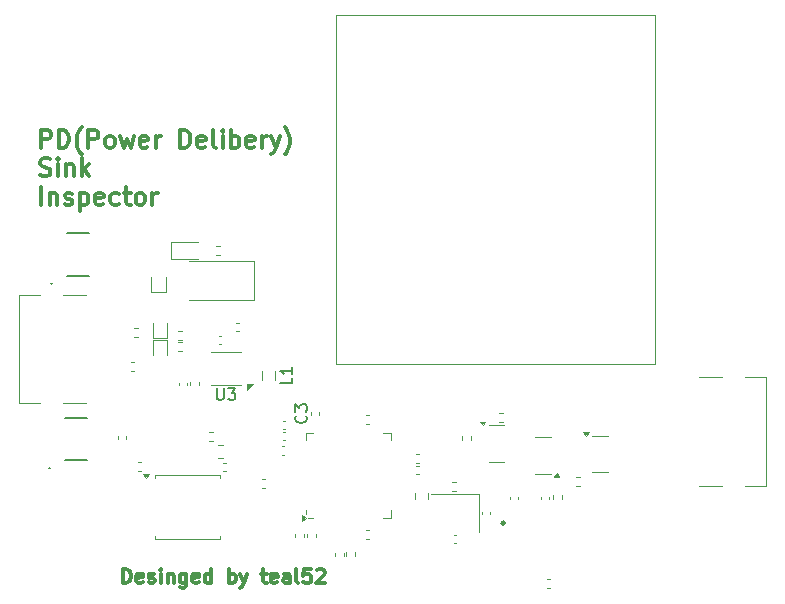
<source format=gbr>
%TF.GenerationSoftware,KiCad,Pcbnew,8.0.6*%
%TF.CreationDate,2025-04-14T23:16:26+09:00*%
%TF.ProjectId,PdSinkInspector,50645369-6e6b-4496-9e73-706563746f72,rev?*%
%TF.SameCoordinates,Original*%
%TF.FileFunction,Legend,Top*%
%TF.FilePolarity,Positive*%
%FSLAX46Y46*%
G04 Gerber Fmt 4.6, Leading zero omitted, Abs format (unit mm)*
G04 Created by KiCad (PCBNEW 8.0.6) date 2025-04-14 23:16:26*
%MOMM*%
%LPD*%
G01*
G04 APERTURE LIST*
%ADD10C,0.300000*%
%ADD11C,0.100000*%
%ADD12C,0.150000*%
%ADD13C,0.120000*%
%ADD14C,0.200000*%
%ADD15C,0.254000*%
G04 APERTURE END LIST*
D10*
X107983082Y-109837542D02*
X107983082Y-108637542D01*
X107983082Y-108637542D02*
X108268796Y-108637542D01*
X108268796Y-108637542D02*
X108440225Y-108694685D01*
X108440225Y-108694685D02*
X108554510Y-108808971D01*
X108554510Y-108808971D02*
X108611653Y-108923257D01*
X108611653Y-108923257D02*
X108668796Y-109151828D01*
X108668796Y-109151828D02*
X108668796Y-109323257D01*
X108668796Y-109323257D02*
X108611653Y-109551828D01*
X108611653Y-109551828D02*
X108554510Y-109666114D01*
X108554510Y-109666114D02*
X108440225Y-109780400D01*
X108440225Y-109780400D02*
X108268796Y-109837542D01*
X108268796Y-109837542D02*
X107983082Y-109837542D01*
X109640225Y-109780400D02*
X109525939Y-109837542D01*
X109525939Y-109837542D02*
X109297368Y-109837542D01*
X109297368Y-109837542D02*
X109183082Y-109780400D01*
X109183082Y-109780400D02*
X109125939Y-109666114D01*
X109125939Y-109666114D02*
X109125939Y-109208971D01*
X109125939Y-109208971D02*
X109183082Y-109094685D01*
X109183082Y-109094685D02*
X109297368Y-109037542D01*
X109297368Y-109037542D02*
X109525939Y-109037542D01*
X109525939Y-109037542D02*
X109640225Y-109094685D01*
X109640225Y-109094685D02*
X109697368Y-109208971D01*
X109697368Y-109208971D02*
X109697368Y-109323257D01*
X109697368Y-109323257D02*
X109125939Y-109437542D01*
X110154510Y-109780400D02*
X110268796Y-109837542D01*
X110268796Y-109837542D02*
X110497367Y-109837542D01*
X110497367Y-109837542D02*
X110611653Y-109780400D01*
X110611653Y-109780400D02*
X110668796Y-109666114D01*
X110668796Y-109666114D02*
X110668796Y-109608971D01*
X110668796Y-109608971D02*
X110611653Y-109494685D01*
X110611653Y-109494685D02*
X110497367Y-109437542D01*
X110497367Y-109437542D02*
X110325939Y-109437542D01*
X110325939Y-109437542D02*
X110211653Y-109380400D01*
X110211653Y-109380400D02*
X110154510Y-109266114D01*
X110154510Y-109266114D02*
X110154510Y-109208971D01*
X110154510Y-109208971D02*
X110211653Y-109094685D01*
X110211653Y-109094685D02*
X110325939Y-109037542D01*
X110325939Y-109037542D02*
X110497367Y-109037542D01*
X110497367Y-109037542D02*
X110611653Y-109094685D01*
X111183082Y-109837542D02*
X111183082Y-109037542D01*
X111183082Y-108637542D02*
X111125939Y-108694685D01*
X111125939Y-108694685D02*
X111183082Y-108751828D01*
X111183082Y-108751828D02*
X111240225Y-108694685D01*
X111240225Y-108694685D02*
X111183082Y-108637542D01*
X111183082Y-108637542D02*
X111183082Y-108751828D01*
X111754511Y-109037542D02*
X111754511Y-109837542D01*
X111754511Y-109151828D02*
X111811654Y-109094685D01*
X111811654Y-109094685D02*
X111925939Y-109037542D01*
X111925939Y-109037542D02*
X112097368Y-109037542D01*
X112097368Y-109037542D02*
X112211654Y-109094685D01*
X112211654Y-109094685D02*
X112268797Y-109208971D01*
X112268797Y-109208971D02*
X112268797Y-109837542D01*
X113354511Y-109037542D02*
X113354511Y-110008971D01*
X113354511Y-110008971D02*
X113297368Y-110123257D01*
X113297368Y-110123257D02*
X113240225Y-110180400D01*
X113240225Y-110180400D02*
X113125939Y-110237542D01*
X113125939Y-110237542D02*
X112954511Y-110237542D01*
X112954511Y-110237542D02*
X112840225Y-110180400D01*
X113354511Y-109780400D02*
X113240225Y-109837542D01*
X113240225Y-109837542D02*
X113011653Y-109837542D01*
X113011653Y-109837542D02*
X112897368Y-109780400D01*
X112897368Y-109780400D02*
X112840225Y-109723257D01*
X112840225Y-109723257D02*
X112783082Y-109608971D01*
X112783082Y-109608971D02*
X112783082Y-109266114D01*
X112783082Y-109266114D02*
X112840225Y-109151828D01*
X112840225Y-109151828D02*
X112897368Y-109094685D01*
X112897368Y-109094685D02*
X113011653Y-109037542D01*
X113011653Y-109037542D02*
X113240225Y-109037542D01*
X113240225Y-109037542D02*
X113354511Y-109094685D01*
X114383082Y-109780400D02*
X114268796Y-109837542D01*
X114268796Y-109837542D02*
X114040225Y-109837542D01*
X114040225Y-109837542D02*
X113925939Y-109780400D01*
X113925939Y-109780400D02*
X113868796Y-109666114D01*
X113868796Y-109666114D02*
X113868796Y-109208971D01*
X113868796Y-109208971D02*
X113925939Y-109094685D01*
X113925939Y-109094685D02*
X114040225Y-109037542D01*
X114040225Y-109037542D02*
X114268796Y-109037542D01*
X114268796Y-109037542D02*
X114383082Y-109094685D01*
X114383082Y-109094685D02*
X114440225Y-109208971D01*
X114440225Y-109208971D02*
X114440225Y-109323257D01*
X114440225Y-109323257D02*
X113868796Y-109437542D01*
X115468796Y-109837542D02*
X115468796Y-108637542D01*
X115468796Y-109780400D02*
X115354510Y-109837542D01*
X115354510Y-109837542D02*
X115125938Y-109837542D01*
X115125938Y-109837542D02*
X115011653Y-109780400D01*
X115011653Y-109780400D02*
X114954510Y-109723257D01*
X114954510Y-109723257D02*
X114897367Y-109608971D01*
X114897367Y-109608971D02*
X114897367Y-109266114D01*
X114897367Y-109266114D02*
X114954510Y-109151828D01*
X114954510Y-109151828D02*
X115011653Y-109094685D01*
X115011653Y-109094685D02*
X115125938Y-109037542D01*
X115125938Y-109037542D02*
X115354510Y-109037542D01*
X115354510Y-109037542D02*
X115468796Y-109094685D01*
X116954510Y-109837542D02*
X116954510Y-108637542D01*
X116954510Y-109094685D02*
X117068796Y-109037542D01*
X117068796Y-109037542D02*
X117297367Y-109037542D01*
X117297367Y-109037542D02*
X117411653Y-109094685D01*
X117411653Y-109094685D02*
X117468796Y-109151828D01*
X117468796Y-109151828D02*
X117525938Y-109266114D01*
X117525938Y-109266114D02*
X117525938Y-109608971D01*
X117525938Y-109608971D02*
X117468796Y-109723257D01*
X117468796Y-109723257D02*
X117411653Y-109780400D01*
X117411653Y-109780400D02*
X117297367Y-109837542D01*
X117297367Y-109837542D02*
X117068796Y-109837542D01*
X117068796Y-109837542D02*
X116954510Y-109780400D01*
X117925938Y-109037542D02*
X118211652Y-109837542D01*
X118497367Y-109037542D02*
X118211652Y-109837542D01*
X118211652Y-109837542D02*
X118097367Y-110123257D01*
X118097367Y-110123257D02*
X118040224Y-110180400D01*
X118040224Y-110180400D02*
X117925938Y-110237542D01*
X119697367Y-109037542D02*
X120154510Y-109037542D01*
X119868796Y-108637542D02*
X119868796Y-109666114D01*
X119868796Y-109666114D02*
X119925939Y-109780400D01*
X119925939Y-109780400D02*
X120040224Y-109837542D01*
X120040224Y-109837542D02*
X120154510Y-109837542D01*
X121011653Y-109780400D02*
X120897367Y-109837542D01*
X120897367Y-109837542D02*
X120668796Y-109837542D01*
X120668796Y-109837542D02*
X120554510Y-109780400D01*
X120554510Y-109780400D02*
X120497367Y-109666114D01*
X120497367Y-109666114D02*
X120497367Y-109208971D01*
X120497367Y-109208971D02*
X120554510Y-109094685D01*
X120554510Y-109094685D02*
X120668796Y-109037542D01*
X120668796Y-109037542D02*
X120897367Y-109037542D01*
X120897367Y-109037542D02*
X121011653Y-109094685D01*
X121011653Y-109094685D02*
X121068796Y-109208971D01*
X121068796Y-109208971D02*
X121068796Y-109323257D01*
X121068796Y-109323257D02*
X120497367Y-109437542D01*
X122097367Y-109837542D02*
X122097367Y-109208971D01*
X122097367Y-109208971D02*
X122040224Y-109094685D01*
X122040224Y-109094685D02*
X121925938Y-109037542D01*
X121925938Y-109037542D02*
X121697367Y-109037542D01*
X121697367Y-109037542D02*
X121583081Y-109094685D01*
X122097367Y-109780400D02*
X121983081Y-109837542D01*
X121983081Y-109837542D02*
X121697367Y-109837542D01*
X121697367Y-109837542D02*
X121583081Y-109780400D01*
X121583081Y-109780400D02*
X121525938Y-109666114D01*
X121525938Y-109666114D02*
X121525938Y-109551828D01*
X121525938Y-109551828D02*
X121583081Y-109437542D01*
X121583081Y-109437542D02*
X121697367Y-109380400D01*
X121697367Y-109380400D02*
X121983081Y-109380400D01*
X121983081Y-109380400D02*
X122097367Y-109323257D01*
X122840223Y-109837542D02*
X122725938Y-109780400D01*
X122725938Y-109780400D02*
X122668795Y-109666114D01*
X122668795Y-109666114D02*
X122668795Y-108637542D01*
X123868794Y-108637542D02*
X123297366Y-108637542D01*
X123297366Y-108637542D02*
X123240223Y-109208971D01*
X123240223Y-109208971D02*
X123297366Y-109151828D01*
X123297366Y-109151828D02*
X123411652Y-109094685D01*
X123411652Y-109094685D02*
X123697366Y-109094685D01*
X123697366Y-109094685D02*
X123811652Y-109151828D01*
X123811652Y-109151828D02*
X123868794Y-109208971D01*
X123868794Y-109208971D02*
X123925937Y-109323257D01*
X123925937Y-109323257D02*
X123925937Y-109608971D01*
X123925937Y-109608971D02*
X123868794Y-109723257D01*
X123868794Y-109723257D02*
X123811652Y-109780400D01*
X123811652Y-109780400D02*
X123697366Y-109837542D01*
X123697366Y-109837542D02*
X123411652Y-109837542D01*
X123411652Y-109837542D02*
X123297366Y-109780400D01*
X123297366Y-109780400D02*
X123240223Y-109723257D01*
X124383080Y-108751828D02*
X124440223Y-108694685D01*
X124440223Y-108694685D02*
X124554509Y-108637542D01*
X124554509Y-108637542D02*
X124840223Y-108637542D01*
X124840223Y-108637542D02*
X124954509Y-108694685D01*
X124954509Y-108694685D02*
X125011651Y-108751828D01*
X125011651Y-108751828D02*
X125068794Y-108866114D01*
X125068794Y-108866114D02*
X125068794Y-108980400D01*
X125068794Y-108980400D02*
X125011651Y-109151828D01*
X125011651Y-109151828D02*
X124325937Y-109837542D01*
X124325937Y-109837542D02*
X125068794Y-109837542D01*
D11*
X126000000Y-61750000D02*
X153000000Y-61750000D01*
X153000000Y-91250000D01*
X126000000Y-91250000D01*
X126000000Y-61750000D01*
D10*
X101054510Y-72970996D02*
X101054510Y-71470996D01*
X101054510Y-71470996D02*
X101625939Y-71470996D01*
X101625939Y-71470996D02*
X101768796Y-71542425D01*
X101768796Y-71542425D02*
X101840225Y-71613853D01*
X101840225Y-71613853D02*
X101911653Y-71756710D01*
X101911653Y-71756710D02*
X101911653Y-71970996D01*
X101911653Y-71970996D02*
X101840225Y-72113853D01*
X101840225Y-72113853D02*
X101768796Y-72185282D01*
X101768796Y-72185282D02*
X101625939Y-72256710D01*
X101625939Y-72256710D02*
X101054510Y-72256710D01*
X102554510Y-72970996D02*
X102554510Y-71470996D01*
X102554510Y-71470996D02*
X102911653Y-71470996D01*
X102911653Y-71470996D02*
X103125939Y-71542425D01*
X103125939Y-71542425D02*
X103268796Y-71685282D01*
X103268796Y-71685282D02*
X103340225Y-71828139D01*
X103340225Y-71828139D02*
X103411653Y-72113853D01*
X103411653Y-72113853D02*
X103411653Y-72328139D01*
X103411653Y-72328139D02*
X103340225Y-72613853D01*
X103340225Y-72613853D02*
X103268796Y-72756710D01*
X103268796Y-72756710D02*
X103125939Y-72899568D01*
X103125939Y-72899568D02*
X102911653Y-72970996D01*
X102911653Y-72970996D02*
X102554510Y-72970996D01*
X104483082Y-73542425D02*
X104411653Y-73470996D01*
X104411653Y-73470996D02*
X104268796Y-73256710D01*
X104268796Y-73256710D02*
X104197368Y-73113853D01*
X104197368Y-73113853D02*
X104125939Y-72899568D01*
X104125939Y-72899568D02*
X104054510Y-72542425D01*
X104054510Y-72542425D02*
X104054510Y-72256710D01*
X104054510Y-72256710D02*
X104125939Y-71899568D01*
X104125939Y-71899568D02*
X104197368Y-71685282D01*
X104197368Y-71685282D02*
X104268796Y-71542425D01*
X104268796Y-71542425D02*
X104411653Y-71328139D01*
X104411653Y-71328139D02*
X104483082Y-71256710D01*
X105054510Y-72970996D02*
X105054510Y-71470996D01*
X105054510Y-71470996D02*
X105625939Y-71470996D01*
X105625939Y-71470996D02*
X105768796Y-71542425D01*
X105768796Y-71542425D02*
X105840225Y-71613853D01*
X105840225Y-71613853D02*
X105911653Y-71756710D01*
X105911653Y-71756710D02*
X105911653Y-71970996D01*
X105911653Y-71970996D02*
X105840225Y-72113853D01*
X105840225Y-72113853D02*
X105768796Y-72185282D01*
X105768796Y-72185282D02*
X105625939Y-72256710D01*
X105625939Y-72256710D02*
X105054510Y-72256710D01*
X106768796Y-72970996D02*
X106625939Y-72899568D01*
X106625939Y-72899568D02*
X106554510Y-72828139D01*
X106554510Y-72828139D02*
X106483082Y-72685282D01*
X106483082Y-72685282D02*
X106483082Y-72256710D01*
X106483082Y-72256710D02*
X106554510Y-72113853D01*
X106554510Y-72113853D02*
X106625939Y-72042425D01*
X106625939Y-72042425D02*
X106768796Y-71970996D01*
X106768796Y-71970996D02*
X106983082Y-71970996D01*
X106983082Y-71970996D02*
X107125939Y-72042425D01*
X107125939Y-72042425D02*
X107197368Y-72113853D01*
X107197368Y-72113853D02*
X107268796Y-72256710D01*
X107268796Y-72256710D02*
X107268796Y-72685282D01*
X107268796Y-72685282D02*
X107197368Y-72828139D01*
X107197368Y-72828139D02*
X107125939Y-72899568D01*
X107125939Y-72899568D02*
X106983082Y-72970996D01*
X106983082Y-72970996D02*
X106768796Y-72970996D01*
X107768796Y-71970996D02*
X108054511Y-72970996D01*
X108054511Y-72970996D02*
X108340225Y-72256710D01*
X108340225Y-72256710D02*
X108625939Y-72970996D01*
X108625939Y-72970996D02*
X108911653Y-71970996D01*
X110054511Y-72899568D02*
X109911654Y-72970996D01*
X109911654Y-72970996D02*
X109625940Y-72970996D01*
X109625940Y-72970996D02*
X109483082Y-72899568D01*
X109483082Y-72899568D02*
X109411654Y-72756710D01*
X109411654Y-72756710D02*
X109411654Y-72185282D01*
X109411654Y-72185282D02*
X109483082Y-72042425D01*
X109483082Y-72042425D02*
X109625940Y-71970996D01*
X109625940Y-71970996D02*
X109911654Y-71970996D01*
X109911654Y-71970996D02*
X110054511Y-72042425D01*
X110054511Y-72042425D02*
X110125940Y-72185282D01*
X110125940Y-72185282D02*
X110125940Y-72328139D01*
X110125940Y-72328139D02*
X109411654Y-72470996D01*
X110768796Y-72970996D02*
X110768796Y-71970996D01*
X110768796Y-72256710D02*
X110840225Y-72113853D01*
X110840225Y-72113853D02*
X110911654Y-72042425D01*
X110911654Y-72042425D02*
X111054511Y-71970996D01*
X111054511Y-71970996D02*
X111197368Y-71970996D01*
X112840224Y-72970996D02*
X112840224Y-71470996D01*
X112840224Y-71470996D02*
X113197367Y-71470996D01*
X113197367Y-71470996D02*
X113411653Y-71542425D01*
X113411653Y-71542425D02*
X113554510Y-71685282D01*
X113554510Y-71685282D02*
X113625939Y-71828139D01*
X113625939Y-71828139D02*
X113697367Y-72113853D01*
X113697367Y-72113853D02*
X113697367Y-72328139D01*
X113697367Y-72328139D02*
X113625939Y-72613853D01*
X113625939Y-72613853D02*
X113554510Y-72756710D01*
X113554510Y-72756710D02*
X113411653Y-72899568D01*
X113411653Y-72899568D02*
X113197367Y-72970996D01*
X113197367Y-72970996D02*
X112840224Y-72970996D01*
X114911653Y-72899568D02*
X114768796Y-72970996D01*
X114768796Y-72970996D02*
X114483082Y-72970996D01*
X114483082Y-72970996D02*
X114340224Y-72899568D01*
X114340224Y-72899568D02*
X114268796Y-72756710D01*
X114268796Y-72756710D02*
X114268796Y-72185282D01*
X114268796Y-72185282D02*
X114340224Y-72042425D01*
X114340224Y-72042425D02*
X114483082Y-71970996D01*
X114483082Y-71970996D02*
X114768796Y-71970996D01*
X114768796Y-71970996D02*
X114911653Y-72042425D01*
X114911653Y-72042425D02*
X114983082Y-72185282D01*
X114983082Y-72185282D02*
X114983082Y-72328139D01*
X114983082Y-72328139D02*
X114268796Y-72470996D01*
X115840224Y-72970996D02*
X115697367Y-72899568D01*
X115697367Y-72899568D02*
X115625938Y-72756710D01*
X115625938Y-72756710D02*
X115625938Y-71470996D01*
X116411652Y-72970996D02*
X116411652Y-71970996D01*
X116411652Y-71470996D02*
X116340224Y-71542425D01*
X116340224Y-71542425D02*
X116411652Y-71613853D01*
X116411652Y-71613853D02*
X116483081Y-71542425D01*
X116483081Y-71542425D02*
X116411652Y-71470996D01*
X116411652Y-71470996D02*
X116411652Y-71613853D01*
X117125938Y-72970996D02*
X117125938Y-71470996D01*
X117125938Y-72042425D02*
X117268796Y-71970996D01*
X117268796Y-71970996D02*
X117554510Y-71970996D01*
X117554510Y-71970996D02*
X117697367Y-72042425D01*
X117697367Y-72042425D02*
X117768796Y-72113853D01*
X117768796Y-72113853D02*
X117840224Y-72256710D01*
X117840224Y-72256710D02*
X117840224Y-72685282D01*
X117840224Y-72685282D02*
X117768796Y-72828139D01*
X117768796Y-72828139D02*
X117697367Y-72899568D01*
X117697367Y-72899568D02*
X117554510Y-72970996D01*
X117554510Y-72970996D02*
X117268796Y-72970996D01*
X117268796Y-72970996D02*
X117125938Y-72899568D01*
X119054510Y-72899568D02*
X118911653Y-72970996D01*
X118911653Y-72970996D02*
X118625939Y-72970996D01*
X118625939Y-72970996D02*
X118483081Y-72899568D01*
X118483081Y-72899568D02*
X118411653Y-72756710D01*
X118411653Y-72756710D02*
X118411653Y-72185282D01*
X118411653Y-72185282D02*
X118483081Y-72042425D01*
X118483081Y-72042425D02*
X118625939Y-71970996D01*
X118625939Y-71970996D02*
X118911653Y-71970996D01*
X118911653Y-71970996D02*
X119054510Y-72042425D01*
X119054510Y-72042425D02*
X119125939Y-72185282D01*
X119125939Y-72185282D02*
X119125939Y-72328139D01*
X119125939Y-72328139D02*
X118411653Y-72470996D01*
X119768795Y-72970996D02*
X119768795Y-71970996D01*
X119768795Y-72256710D02*
X119840224Y-72113853D01*
X119840224Y-72113853D02*
X119911653Y-72042425D01*
X119911653Y-72042425D02*
X120054510Y-71970996D01*
X120054510Y-71970996D02*
X120197367Y-71970996D01*
X120554509Y-71970996D02*
X120911652Y-72970996D01*
X121268795Y-71970996D02*
X120911652Y-72970996D01*
X120911652Y-72970996D02*
X120768795Y-73328139D01*
X120768795Y-73328139D02*
X120697366Y-73399568D01*
X120697366Y-73399568D02*
X120554509Y-73470996D01*
X121697366Y-73542425D02*
X121768795Y-73470996D01*
X121768795Y-73470996D02*
X121911652Y-73256710D01*
X121911652Y-73256710D02*
X121983081Y-73113853D01*
X121983081Y-73113853D02*
X122054509Y-72899568D01*
X122054509Y-72899568D02*
X122125938Y-72542425D01*
X122125938Y-72542425D02*
X122125938Y-72256710D01*
X122125938Y-72256710D02*
X122054509Y-71899568D01*
X122054509Y-71899568D02*
X121983081Y-71685282D01*
X121983081Y-71685282D02*
X121911652Y-71542425D01*
X121911652Y-71542425D02*
X121768795Y-71328139D01*
X121768795Y-71328139D02*
X121697366Y-71256710D01*
X100983082Y-75314484D02*
X101197368Y-75385912D01*
X101197368Y-75385912D02*
X101554510Y-75385912D01*
X101554510Y-75385912D02*
X101697368Y-75314484D01*
X101697368Y-75314484D02*
X101768796Y-75243055D01*
X101768796Y-75243055D02*
X101840225Y-75100198D01*
X101840225Y-75100198D02*
X101840225Y-74957341D01*
X101840225Y-74957341D02*
X101768796Y-74814484D01*
X101768796Y-74814484D02*
X101697368Y-74743055D01*
X101697368Y-74743055D02*
X101554510Y-74671626D01*
X101554510Y-74671626D02*
X101268796Y-74600198D01*
X101268796Y-74600198D02*
X101125939Y-74528769D01*
X101125939Y-74528769D02*
X101054510Y-74457341D01*
X101054510Y-74457341D02*
X100983082Y-74314484D01*
X100983082Y-74314484D02*
X100983082Y-74171626D01*
X100983082Y-74171626D02*
X101054510Y-74028769D01*
X101054510Y-74028769D02*
X101125939Y-73957341D01*
X101125939Y-73957341D02*
X101268796Y-73885912D01*
X101268796Y-73885912D02*
X101625939Y-73885912D01*
X101625939Y-73885912D02*
X101840225Y-73957341D01*
X102483081Y-75385912D02*
X102483081Y-74385912D01*
X102483081Y-73885912D02*
X102411653Y-73957341D01*
X102411653Y-73957341D02*
X102483081Y-74028769D01*
X102483081Y-74028769D02*
X102554510Y-73957341D01*
X102554510Y-73957341D02*
X102483081Y-73885912D01*
X102483081Y-73885912D02*
X102483081Y-74028769D01*
X103197367Y-74385912D02*
X103197367Y-75385912D01*
X103197367Y-74528769D02*
X103268796Y-74457341D01*
X103268796Y-74457341D02*
X103411653Y-74385912D01*
X103411653Y-74385912D02*
X103625939Y-74385912D01*
X103625939Y-74385912D02*
X103768796Y-74457341D01*
X103768796Y-74457341D02*
X103840225Y-74600198D01*
X103840225Y-74600198D02*
X103840225Y-75385912D01*
X104554510Y-75385912D02*
X104554510Y-73885912D01*
X104697368Y-74814484D02*
X105125939Y-75385912D01*
X105125939Y-74385912D02*
X104554510Y-74957341D01*
X101054510Y-77800828D02*
X101054510Y-76300828D01*
X101768796Y-76800828D02*
X101768796Y-77800828D01*
X101768796Y-76943685D02*
X101840225Y-76872257D01*
X101840225Y-76872257D02*
X101983082Y-76800828D01*
X101983082Y-76800828D02*
X102197368Y-76800828D01*
X102197368Y-76800828D02*
X102340225Y-76872257D01*
X102340225Y-76872257D02*
X102411654Y-77015114D01*
X102411654Y-77015114D02*
X102411654Y-77800828D01*
X103054511Y-77729400D02*
X103197368Y-77800828D01*
X103197368Y-77800828D02*
X103483082Y-77800828D01*
X103483082Y-77800828D02*
X103625939Y-77729400D01*
X103625939Y-77729400D02*
X103697368Y-77586542D01*
X103697368Y-77586542D02*
X103697368Y-77515114D01*
X103697368Y-77515114D02*
X103625939Y-77372257D01*
X103625939Y-77372257D02*
X103483082Y-77300828D01*
X103483082Y-77300828D02*
X103268797Y-77300828D01*
X103268797Y-77300828D02*
X103125939Y-77229400D01*
X103125939Y-77229400D02*
X103054511Y-77086542D01*
X103054511Y-77086542D02*
X103054511Y-77015114D01*
X103054511Y-77015114D02*
X103125939Y-76872257D01*
X103125939Y-76872257D02*
X103268797Y-76800828D01*
X103268797Y-76800828D02*
X103483082Y-76800828D01*
X103483082Y-76800828D02*
X103625939Y-76872257D01*
X104340225Y-76800828D02*
X104340225Y-78300828D01*
X104340225Y-76872257D02*
X104483083Y-76800828D01*
X104483083Y-76800828D02*
X104768797Y-76800828D01*
X104768797Y-76800828D02*
X104911654Y-76872257D01*
X104911654Y-76872257D02*
X104983083Y-76943685D01*
X104983083Y-76943685D02*
X105054511Y-77086542D01*
X105054511Y-77086542D02*
X105054511Y-77515114D01*
X105054511Y-77515114D02*
X104983083Y-77657971D01*
X104983083Y-77657971D02*
X104911654Y-77729400D01*
X104911654Y-77729400D02*
X104768797Y-77800828D01*
X104768797Y-77800828D02*
X104483083Y-77800828D01*
X104483083Y-77800828D02*
X104340225Y-77729400D01*
X106268797Y-77729400D02*
X106125940Y-77800828D01*
X106125940Y-77800828D02*
X105840226Y-77800828D01*
X105840226Y-77800828D02*
X105697368Y-77729400D01*
X105697368Y-77729400D02*
X105625940Y-77586542D01*
X105625940Y-77586542D02*
X105625940Y-77015114D01*
X105625940Y-77015114D02*
X105697368Y-76872257D01*
X105697368Y-76872257D02*
X105840226Y-76800828D01*
X105840226Y-76800828D02*
X106125940Y-76800828D01*
X106125940Y-76800828D02*
X106268797Y-76872257D01*
X106268797Y-76872257D02*
X106340226Y-77015114D01*
X106340226Y-77015114D02*
X106340226Y-77157971D01*
X106340226Y-77157971D02*
X105625940Y-77300828D01*
X107625940Y-77729400D02*
X107483082Y-77800828D01*
X107483082Y-77800828D02*
X107197368Y-77800828D01*
X107197368Y-77800828D02*
X107054511Y-77729400D01*
X107054511Y-77729400D02*
X106983082Y-77657971D01*
X106983082Y-77657971D02*
X106911654Y-77515114D01*
X106911654Y-77515114D02*
X106911654Y-77086542D01*
X106911654Y-77086542D02*
X106983082Y-76943685D01*
X106983082Y-76943685D02*
X107054511Y-76872257D01*
X107054511Y-76872257D02*
X107197368Y-76800828D01*
X107197368Y-76800828D02*
X107483082Y-76800828D01*
X107483082Y-76800828D02*
X107625940Y-76872257D01*
X108054511Y-76800828D02*
X108625939Y-76800828D01*
X108268796Y-76300828D02*
X108268796Y-77586542D01*
X108268796Y-77586542D02*
X108340225Y-77729400D01*
X108340225Y-77729400D02*
X108483082Y-77800828D01*
X108483082Y-77800828D02*
X108625939Y-77800828D01*
X109340225Y-77800828D02*
X109197368Y-77729400D01*
X109197368Y-77729400D02*
X109125939Y-77657971D01*
X109125939Y-77657971D02*
X109054511Y-77515114D01*
X109054511Y-77515114D02*
X109054511Y-77086542D01*
X109054511Y-77086542D02*
X109125939Y-76943685D01*
X109125939Y-76943685D02*
X109197368Y-76872257D01*
X109197368Y-76872257D02*
X109340225Y-76800828D01*
X109340225Y-76800828D02*
X109554511Y-76800828D01*
X109554511Y-76800828D02*
X109697368Y-76872257D01*
X109697368Y-76872257D02*
X109768797Y-76943685D01*
X109768797Y-76943685D02*
X109840225Y-77086542D01*
X109840225Y-77086542D02*
X109840225Y-77515114D01*
X109840225Y-77515114D02*
X109768797Y-77657971D01*
X109768797Y-77657971D02*
X109697368Y-77729400D01*
X109697368Y-77729400D02*
X109554511Y-77800828D01*
X109554511Y-77800828D02*
X109340225Y-77800828D01*
X110483082Y-77800828D02*
X110483082Y-76800828D01*
X110483082Y-77086542D02*
X110554511Y-76943685D01*
X110554511Y-76943685D02*
X110625940Y-76872257D01*
X110625940Y-76872257D02*
X110768797Y-76800828D01*
X110768797Y-76800828D02*
X110911654Y-76800828D01*
D12*
X123449580Y-95646666D02*
X123497200Y-95694285D01*
X123497200Y-95694285D02*
X123544819Y-95837142D01*
X123544819Y-95837142D02*
X123544819Y-95932380D01*
X123544819Y-95932380D02*
X123497200Y-96075237D01*
X123497200Y-96075237D02*
X123401961Y-96170475D01*
X123401961Y-96170475D02*
X123306723Y-96218094D01*
X123306723Y-96218094D02*
X123116247Y-96265713D01*
X123116247Y-96265713D02*
X122973390Y-96265713D01*
X122973390Y-96265713D02*
X122782914Y-96218094D01*
X122782914Y-96218094D02*
X122687676Y-96170475D01*
X122687676Y-96170475D02*
X122592438Y-96075237D01*
X122592438Y-96075237D02*
X122544819Y-95932380D01*
X122544819Y-95932380D02*
X122544819Y-95837142D01*
X122544819Y-95837142D02*
X122592438Y-95694285D01*
X122592438Y-95694285D02*
X122640057Y-95646666D01*
X122544819Y-95313332D02*
X122544819Y-94694285D01*
X122544819Y-94694285D02*
X122925771Y-95027618D01*
X122925771Y-95027618D02*
X122925771Y-94884761D01*
X122925771Y-94884761D02*
X122973390Y-94789523D01*
X122973390Y-94789523D02*
X123021009Y-94741904D01*
X123021009Y-94741904D02*
X123116247Y-94694285D01*
X123116247Y-94694285D02*
X123354342Y-94694285D01*
X123354342Y-94694285D02*
X123449580Y-94741904D01*
X123449580Y-94741904D02*
X123497200Y-94789523D01*
X123497200Y-94789523D02*
X123544819Y-94884761D01*
X123544819Y-94884761D02*
X123544819Y-95170475D01*
X123544819Y-95170475D02*
X123497200Y-95265713D01*
X123497200Y-95265713D02*
X123449580Y-95313332D01*
X122306069Y-92435416D02*
X122306069Y-92911606D01*
X122306069Y-92911606D02*
X121306069Y-92911606D01*
X122306069Y-91578273D02*
X122306069Y-92149701D01*
X122306069Y-91863987D02*
X121306069Y-91863987D01*
X121306069Y-91863987D02*
X121448926Y-91959225D01*
X121448926Y-91959225D02*
X121544164Y-92054463D01*
X121544164Y-92054463D02*
X121591783Y-92149701D01*
X115939345Y-93323569D02*
X115939345Y-94133092D01*
X115939345Y-94133092D02*
X115986964Y-94228330D01*
X115986964Y-94228330D02*
X116034583Y-94275950D01*
X116034583Y-94275950D02*
X116129821Y-94323569D01*
X116129821Y-94323569D02*
X116320297Y-94323569D01*
X116320297Y-94323569D02*
X116415535Y-94275950D01*
X116415535Y-94275950D02*
X116463154Y-94228330D01*
X116463154Y-94228330D02*
X116510773Y-94133092D01*
X116510773Y-94133092D02*
X116510773Y-93323569D01*
X116891726Y-93323569D02*
X117510773Y-93323569D01*
X117510773Y-93323569D02*
X117177440Y-93704521D01*
X117177440Y-93704521D02*
X117320297Y-93704521D01*
X117320297Y-93704521D02*
X117415535Y-93752140D01*
X117415535Y-93752140D02*
X117463154Y-93799759D01*
X117463154Y-93799759D02*
X117510773Y-93894997D01*
X117510773Y-93894997D02*
X117510773Y-94133092D01*
X117510773Y-94133092D02*
X117463154Y-94228330D01*
X117463154Y-94228330D02*
X117415535Y-94275950D01*
X117415535Y-94275950D02*
X117320297Y-94323569D01*
X117320297Y-94323569D02*
X117034583Y-94323569D01*
X117034583Y-94323569D02*
X116939345Y-94275950D01*
X116939345Y-94275950D02*
X116891726Y-94228330D01*
D13*
%TO.C,R5*%
X109236359Y-99620000D02*
X109543641Y-99620000D01*
X109236359Y-100380000D02*
X109543641Y-100380000D01*
%TO.C,C21*%
X140740000Y-102727836D02*
X140740000Y-102512164D01*
X141460000Y-102727836D02*
X141460000Y-102512164D01*
%TO.C,R4*%
X143846359Y-109520000D02*
X144153641Y-109520000D01*
X143846359Y-110280000D02*
X144153641Y-110280000D01*
%TO.C,U1*%
X123440000Y-97090000D02*
X124090000Y-97090000D01*
X123440000Y-97740000D02*
X123440000Y-97090000D01*
X123440000Y-103660000D02*
X123440000Y-104010000D01*
X124090000Y-104310000D02*
X123680000Y-104310000D01*
X130660000Y-97090000D02*
X130010000Y-97090000D01*
X130660000Y-97740000D02*
X130660000Y-97090000D01*
X130660000Y-103660000D02*
X130660000Y-104310000D01*
X130660000Y-104310000D02*
X130010000Y-104310000D01*
X123440000Y-104310000D02*
X123110000Y-104550000D01*
X123110000Y-104070000D01*
X123440000Y-104310000D01*
G36*
X123440000Y-104310000D02*
G01*
X123110000Y-104550000D01*
X123110000Y-104070000D01*
X123440000Y-104310000D01*
G37*
%TO.C,R2*%
X112652609Y-89451250D02*
X112959891Y-89451250D01*
X112652609Y-90211250D02*
X112959891Y-90211250D01*
%TO.C,Q3*%
X139587500Y-96440000D02*
X138937500Y-96440000D01*
X139587500Y-96440000D02*
X140237500Y-96440000D01*
X139587500Y-99560000D02*
X138937500Y-99560000D01*
X139587500Y-99560000D02*
X140237500Y-99560000D01*
X138425000Y-96490000D02*
X138185000Y-96160000D01*
X138665000Y-96160000D01*
X138425000Y-96490000D01*
G36*
X138425000Y-96490000D02*
G01*
X138185000Y-96160000D01*
X138665000Y-96160000D01*
X138425000Y-96490000D01*
G37*
%TO.C,J1*%
X156755000Y-101580000D02*
X158675000Y-101580000D01*
X158675000Y-92420000D02*
X156755000Y-92420000D01*
X160685000Y-92420000D02*
X162390000Y-92420000D01*
X162390000Y-92420000D02*
X162390000Y-101580000D01*
X162390000Y-101580000D02*
X160685000Y-101580000D01*
%TO.C,D3*%
X110390000Y-85210000D02*
X110390000Y-83900000D01*
X110390000Y-85210000D02*
X111610000Y-85210000D01*
X111610000Y-85210000D02*
X111610000Y-83900000D01*
%TO.C,Q1*%
X148362500Y-97340000D02*
X147712500Y-97340000D01*
X148362500Y-97340000D02*
X149012500Y-97340000D01*
X148362500Y-100460000D02*
X147712500Y-100460000D01*
X148362500Y-100460000D02*
X149012500Y-100460000D01*
X147200000Y-97390000D02*
X146960000Y-97060000D01*
X147440000Y-97060000D01*
X147200000Y-97390000D01*
G36*
X147200000Y-97390000D02*
G01*
X146960000Y-97060000D01*
X147440000Y-97060000D01*
X147200000Y-97390000D01*
G37*
%TO.C,C15*%
X135992164Y-105740000D02*
X136207836Y-105740000D01*
X135992164Y-106460000D02*
X136207836Y-106460000D01*
%TO.C,C12*%
X116677836Y-99640000D02*
X116462164Y-99640000D01*
X116677836Y-100360000D02*
X116462164Y-100360000D01*
%TO.C,R7*%
X116163641Y-81320000D02*
X115856359Y-81320000D01*
X116163641Y-82080000D02*
X115856359Y-82080000D01*
%TO.C,Q2*%
X143537500Y-97440000D02*
X142887500Y-97440000D01*
X143537500Y-97440000D02*
X144187500Y-97440000D01*
X143537500Y-100560000D02*
X142887500Y-100560000D01*
X143537500Y-100560000D02*
X144187500Y-100560000D01*
X144940000Y-100840000D02*
X144460000Y-100840000D01*
X144700000Y-100510000D01*
X144940000Y-100840000D01*
G36*
X144940000Y-100840000D02*
G01*
X144460000Y-100840000D01*
X144700000Y-100510000D01*
X144940000Y-100840000D01*
G37*
%TO.C,R9*%
X146336359Y-100820000D02*
X146643641Y-100820000D01*
X146336359Y-101580000D02*
X146643641Y-101580000D01*
%TO.C,R11*%
X136720000Y-97396359D02*
X136720000Y-97703641D01*
X137480000Y-97396359D02*
X137480000Y-97703641D01*
%TO.C,R13*%
X108646359Y-91120000D02*
X108953641Y-91120000D01*
X108646359Y-91880000D02*
X108953641Y-91880000D01*
%TO.C,D2*%
X119076250Y-82600000D02*
X113566250Y-82600000D01*
X119076250Y-85900000D02*
X113566250Y-85900000D01*
X119076250Y-85900000D02*
X119076250Y-82600000D01*
%TO.C,D1*%
X112015000Y-80965000D02*
X112015000Y-82435000D01*
X112015000Y-82435000D02*
X114300000Y-82435000D01*
X114300000Y-80965000D02*
X112015000Y-80965000D01*
%TO.C,C3*%
X123890000Y-95587836D02*
X123890000Y-95372164D01*
X124610000Y-95587836D02*
X124610000Y-95372164D01*
%TO.C,C10*%
X120007836Y-101040000D02*
X119792164Y-101040000D01*
X120007836Y-101760000D02*
X119792164Y-101760000D01*
%TO.C,C20*%
X143340000Y-102727836D02*
X143340000Y-102512164D01*
X144060000Y-102727836D02*
X144060000Y-102512164D01*
%TO.C,C4*%
X121707836Y-97040000D02*
X121492164Y-97040000D01*
X121707836Y-97760000D02*
X121492164Y-97760000D01*
%TO.C,C1*%
X123590000Y-105692164D02*
X123590000Y-105907836D01*
X124310000Y-105692164D02*
X124310000Y-105907836D01*
D14*
%TO.C,SW2*%
X103262000Y-80200000D02*
X105138000Y-80200000D01*
X103262000Y-83800000D02*
X105138000Y-83800000D01*
X101994670Y-84475000D02*
G75*
G02*
X101901330Y-84475000I-46670J0D01*
G01*
X101901330Y-84475000D02*
G75*
G02*
X101994670Y-84475000I46670J0D01*
G01*
D13*
%TO.C,C5*%
X132812164Y-99890000D02*
X133027836Y-99890000D01*
X132812164Y-100610000D02*
X133027836Y-100610000D01*
%TO.C,C8*%
X122590000Y-105692164D02*
X122590000Y-105907836D01*
X123310000Y-105692164D02*
X123310000Y-105907836D01*
%TO.C,R16*%
X125920000Y-107553641D02*
X125920000Y-107246359D01*
X126680000Y-107553641D02*
X126680000Y-107246359D01*
%TO.C,U2*%
X110725000Y-100675000D02*
X110725000Y-100935000D01*
X110725000Y-106125000D02*
X110725000Y-105865000D01*
X113450000Y-100675000D02*
X110725000Y-100675000D01*
X113450000Y-100675000D02*
X116175000Y-100675000D01*
X113450000Y-106125000D02*
X110725000Y-106125000D01*
X113450000Y-106125000D02*
X116175000Y-106125000D01*
X116175000Y-100675000D02*
X116175000Y-100935000D01*
X116175000Y-106125000D02*
X116175000Y-105865000D01*
X109942500Y-100935000D02*
X109702500Y-100605000D01*
X110182500Y-100605000D01*
X109942500Y-100935000D01*
G36*
X109942500Y-100935000D02*
G01*
X109702500Y-100605000D01*
X110182500Y-100605000D01*
X109942500Y-100935000D01*
G37*
%TO.C,C17*%
X107540000Y-97607836D02*
X107540000Y-97392164D01*
X108260000Y-97607836D02*
X108260000Y-97392164D01*
%TO.C,L1*%
X119741250Y-91869128D02*
X119741250Y-92668372D01*
X120861250Y-91869128D02*
X120861250Y-92668372D01*
%TO.C,D5*%
X110521250Y-89221250D02*
X110521250Y-90531250D01*
X111741250Y-89221250D02*
X110521250Y-89221250D01*
X111741250Y-89221250D02*
X111741250Y-90531250D01*
%TO.C,Y2*%
X138100000Y-102250000D02*
X134100000Y-102250000D01*
X138100000Y-105550000D02*
X138100000Y-102250000D01*
%TO.C,R6*%
X136153641Y-101270000D02*
X135846359Y-101270000D01*
X136153641Y-102030000D02*
X135846359Y-102030000D01*
%TO.C,C18*%
X112708750Y-93079086D02*
X112708750Y-92863414D01*
X113428750Y-93079086D02*
X113428750Y-92863414D01*
%TO.C,C14*%
X116093414Y-88908750D02*
X116309086Y-88908750D01*
X116093414Y-89628750D02*
X116309086Y-89628750D01*
%TO.C,C16*%
X138340000Y-103792164D02*
X138340000Y-104007836D01*
X139060000Y-103792164D02*
X139060000Y-104007836D01*
%TO.C,R8*%
X115593641Y-97020000D02*
X115286359Y-97020000D01*
X115593641Y-97780000D02*
X115286359Y-97780000D01*
%TO.C,R10*%
X144370000Y-102703641D02*
X144370000Y-102396359D01*
X145130000Y-102703641D02*
X145130000Y-102396359D01*
%TO.C,C11*%
X121637836Y-98240000D02*
X121422164Y-98240000D01*
X121637836Y-98960000D02*
X121422164Y-98960000D01*
%TO.C,R1*%
X112652609Y-88451250D02*
X112959891Y-88451250D01*
X112652609Y-89211250D02*
X112959891Y-89211250D01*
D15*
%TO.C,IC2*%
X140300000Y-104750000D02*
G75*
G02*
X140050000Y-104750000I-125000J0D01*
G01*
X140050000Y-104750000D02*
G75*
G02*
X140300000Y-104750000I125000J0D01*
G01*
D13*
%TO.C,C19*%
X113658750Y-93059086D02*
X113658750Y-92843414D01*
X114378750Y-93059086D02*
X114378750Y-92843414D01*
%TO.C,C9*%
X132812164Y-98940000D02*
X133027836Y-98940000D01*
X132812164Y-99660000D02*
X133027836Y-99660000D01*
D14*
%TO.C,SW1*%
X103062000Y-95839165D02*
X104938000Y-95839165D01*
X103062000Y-99439165D02*
X104938000Y-99439165D01*
X101794670Y-100114165D02*
G75*
G02*
X101701330Y-100114165I-46670J0D01*
G01*
X101701330Y-100114165D02*
G75*
G02*
X101794670Y-100114165I46670J0D01*
G01*
D13*
%TO.C,J3*%
X99215000Y-85420000D02*
X100920000Y-85420000D01*
X99215000Y-94580000D02*
X99215000Y-85420000D01*
X100920000Y-94580000D02*
X99215000Y-94580000D01*
X102930000Y-94580000D02*
X104850000Y-94580000D01*
X104850000Y-85420000D02*
X102930000Y-85420000D01*
%TO.C,R17*%
X132727500Y-102237742D02*
X132727500Y-102712258D01*
X133772500Y-102237742D02*
X133772500Y-102712258D01*
%TO.C,D4*%
X110521250Y-89091250D02*
X110521250Y-87781250D01*
X110521250Y-89091250D02*
X111741250Y-89091250D01*
X111741250Y-89091250D02*
X111741250Y-87781250D01*
%TO.C,R14*%
X108936359Y-88220000D02*
X109243641Y-88220000D01*
X108936359Y-88980000D02*
X109243641Y-88980000D01*
%TO.C,U3*%
X117951250Y-90283750D02*
X115451250Y-90283750D01*
X117951250Y-93053750D02*
X115451250Y-93053750D01*
X118501250Y-93448750D02*
X118501250Y-92968750D01*
X118981250Y-92968750D01*
X118501250Y-93448750D01*
G36*
X118501250Y-93448750D02*
G01*
X118501250Y-92968750D01*
X118981250Y-92968750D01*
X118501250Y-93448750D01*
G37*
%TO.C,R12*%
X139846359Y-95420000D02*
X140153641Y-95420000D01*
X139846359Y-96180000D02*
X140153641Y-96180000D01*
%TO.C,C13*%
X117789086Y-87808750D02*
X117573414Y-87808750D01*
X117789086Y-88528750D02*
X117573414Y-88528750D01*
%TO.C,C7*%
X121727836Y-96090000D02*
X121512164Y-96090000D01*
X121727836Y-96810000D02*
X121512164Y-96810000D01*
%TO.C,R3*%
X116487258Y-98177500D02*
X116012742Y-98177500D01*
X116487258Y-99222500D02*
X116012742Y-99222500D01*
%TO.C,R15*%
X126870000Y-107543641D02*
X126870000Y-107236359D01*
X127630000Y-107543641D02*
X127630000Y-107236359D01*
%TO.C,C2*%
X128592164Y-95640000D02*
X128807836Y-95640000D01*
X128592164Y-96360000D02*
X128807836Y-96360000D01*
%TO.C,C6*%
X128592164Y-105340000D02*
X128807836Y-105340000D01*
X128592164Y-106060000D02*
X128807836Y-106060000D01*
%TD*%
M02*

</source>
